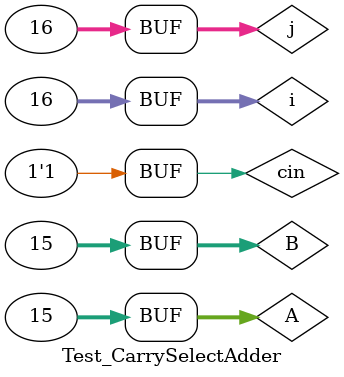
<source format=v>
`timescale 1ns / 1ps


module Test_CarrySelectAdder;

reg [31:0] A, B;
reg cin;
wire [31:0] S;
wire cout;
integer i, j;

CarrySelectAdder csa(A, B, cin, S, cout);

initial
    begin
        A = 0;
        B = 0;      
        cin = 0;
        for(i=0;i<16;i=i+1) 
            begin
                for(j=0;j<16;j=j+1) 
                    begin
                        A = i;
                        B = j;
                        #10;
                    end
            end
        cin = 1;
        for(i=0;i<16;i=i+1) 
            begin
                for(j=0;j<16;j=j+1) 
                    begin
                        A = i;
                        B = j;
                        #10;                        
                    end
            end
    end
endmodule

</source>
